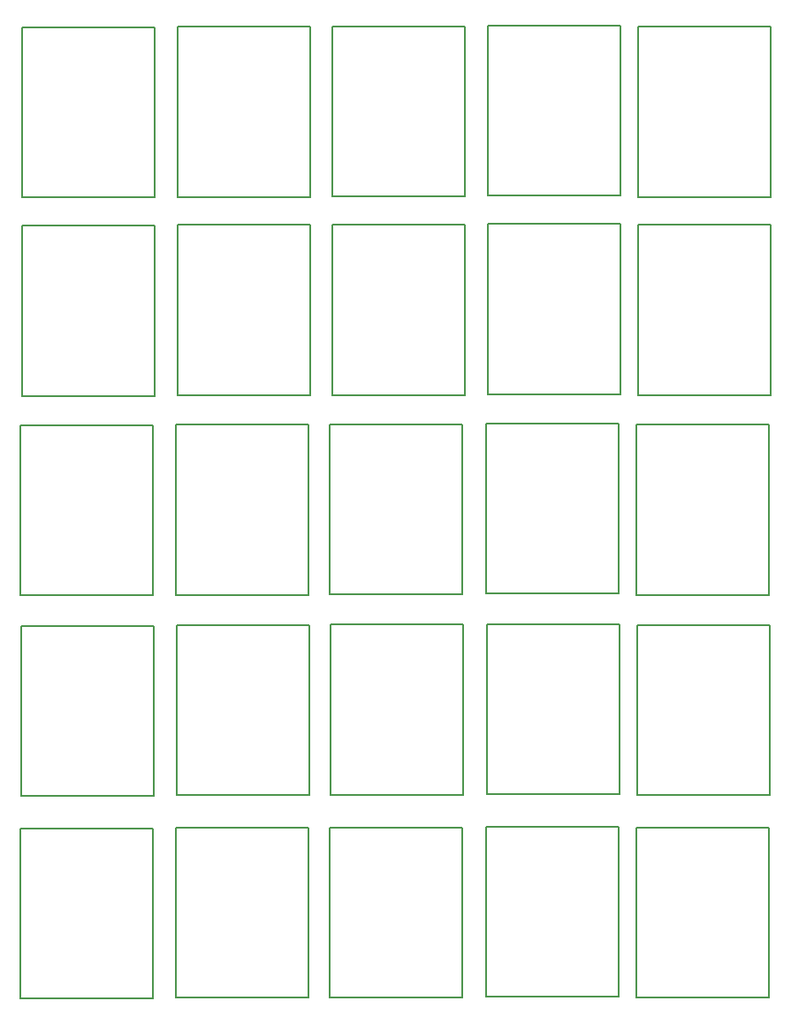
<source format=gbr>
G04 PROTEUS RS274X GERBER FILE*
%FSLAX45Y45*%
%MOMM*%
G01*
%ADD15C,0.203200*%
D15*
X-1536500Y+7460000D02*
X-266500Y+7460000D01*
X-266500Y+9090000D01*
X-1536500Y+9090000D01*
X-1536500Y+7460000D01*
X-42239Y+7466500D02*
X+1227761Y+7466500D01*
X+1227761Y+9096500D01*
X-42239Y+9096500D01*
X-42239Y+7466500D01*
X+1433500Y+7470000D02*
X+2703500Y+7470000D01*
X+2703500Y+9100000D01*
X+1433500Y+9100000D01*
X+1433500Y+7470000D01*
X+2927761Y+7476500D02*
X+4197761Y+7476500D01*
X+4197761Y+9106500D01*
X+2927761Y+9106500D01*
X+2927761Y+7476500D01*
X+4367761Y+7466500D02*
X+5637761Y+7466500D01*
X+5637761Y+9096500D01*
X+4367761Y+9096500D01*
X+4367761Y+7466500D01*
X-1536500Y+5560000D02*
X-266500Y+5560000D01*
X-266500Y+7190000D01*
X-1536500Y+7190000D01*
X-1536500Y+5560000D01*
X-42239Y+5566500D02*
X+1227761Y+5566500D01*
X+1227761Y+7196500D01*
X-42239Y+7196500D01*
X-42239Y+5566500D01*
X+1433500Y+5570000D02*
X+2703500Y+5570000D01*
X+2703500Y+7200000D01*
X+1433500Y+7200000D01*
X+1433500Y+5570000D01*
X+2927761Y+5576500D02*
X+4197761Y+5576500D01*
X+4197761Y+7206500D01*
X+2927761Y+7206500D01*
X+2927761Y+5576500D01*
X+4367761Y+5566500D02*
X+5637761Y+5566500D01*
X+5637761Y+7196500D01*
X+4367761Y+7196500D01*
X+4367761Y+5566500D01*
X-1556500Y+3650000D02*
X-286500Y+3650000D01*
X-286500Y+5280000D01*
X-1556500Y+5280000D01*
X-1556500Y+3650000D01*
X-62239Y+3656500D02*
X+1207761Y+3656500D01*
X+1207761Y+5286500D01*
X-62239Y+5286500D01*
X-62239Y+3656500D01*
X+1413500Y+3660000D02*
X+2683500Y+3660000D01*
X+2683500Y+5290000D01*
X+1413500Y+5290000D01*
X+1413500Y+3660000D01*
X+2907761Y+3666500D02*
X+4177761Y+3666500D01*
X+4177761Y+5296500D01*
X+2907761Y+5296500D01*
X+2907761Y+3666500D01*
X+4347761Y+3656500D02*
X+5617761Y+3656500D01*
X+5617761Y+5286500D01*
X+4347761Y+5286500D01*
X+4347761Y+3656500D01*
X-1546500Y+1730000D02*
X-276500Y+1730000D01*
X-276500Y+3360000D01*
X-1546500Y+3360000D01*
X-1546500Y+1730000D01*
X-52239Y+1736500D02*
X+1217761Y+1736500D01*
X+1217761Y+3366500D01*
X-52239Y+3366500D01*
X-52239Y+1736500D01*
X+1423500Y+1740000D02*
X+2693500Y+1740000D01*
X+2693500Y+3370000D01*
X+1423500Y+3370000D01*
X+1423500Y+1740000D01*
X+2917761Y+1746500D02*
X+4187761Y+1746500D01*
X+4187761Y+3376500D01*
X+2917761Y+3376500D01*
X+2917761Y+1746500D01*
X+4357761Y+1736500D02*
X+5627761Y+1736500D01*
X+5627761Y+3366500D01*
X+4357761Y+3366500D01*
X+4357761Y+1736500D01*
X-1556500Y-210000D02*
X-286500Y-210000D01*
X-286500Y+1420000D01*
X-1556500Y+1420000D01*
X-1556500Y-210000D01*
X-62239Y-203500D02*
X+1207761Y-203500D01*
X+1207761Y+1426500D01*
X-62239Y+1426500D01*
X-62239Y-203500D01*
X+1413500Y-200000D02*
X+2683500Y-200000D01*
X+2683500Y+1430000D01*
X+1413500Y+1430000D01*
X+1413500Y-200000D01*
X+2907761Y-193500D02*
X+4177761Y-193500D01*
X+4177761Y+1436500D01*
X+2907761Y+1436500D01*
X+2907761Y-193500D01*
X+4347761Y-203500D02*
X+5617761Y-203500D01*
X+5617761Y+1426500D01*
X+4347761Y+1426500D01*
X+4347761Y-203500D01*
M02*

</source>
